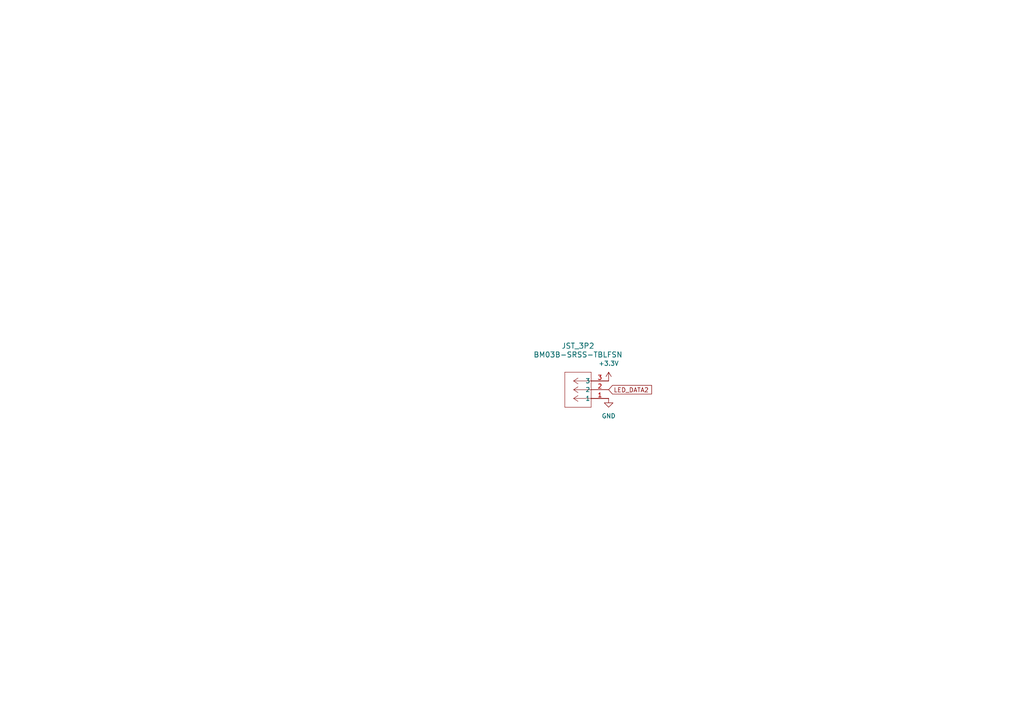
<source format=kicad_sch>
(kicad_sch (version 20231120) (generator "eeschema") (generator_version "8.0")
  (paper "A4")
  (title_block (title "LEDs") (date "2024-10-21") (rev "2") (company "FlexGlO"))
  (lib_symbols
    (symbol "2024-10-20_02-14-52:BM03B-SRSS-TBLFSN" (pin_names (offset 0.254))
      (property "Reference" "J" (at 8.89 6.35 0))
      (property "Value" "BM03B-SRSS-TBLFSN" (at 0 0 0))
      (symbol "BM03B-SRSS-TBLFSN_1_1"
        (polyline (pts (xy 5.08 -7.62) (xy 12.7 -7.62)) (stroke (width 0.127)))
        (polyline (pts (xy 5.08 2.54) (xy 5.08 -7.62)) (stroke (width 0.127)))
        (polyline (pts (xy 10.16 -5.08) (xy 5.08 -5.08)) (stroke (width 0.127)))
        (polyline (pts (xy 10.16 -5.08) (xy 8.89 -5.9267)) (stroke (width 0.127)))
        (polyline (pts (xy 10.16 -5.08) (xy 8.89 -4.2333)) (stroke (width 0.127)))
        (polyline (pts (xy 10.16 -2.54) (xy 5.08 -2.54)) (stroke (width 0.127)))
        (polyline (pts (xy 10.16 -2.54) (xy 8.89 -3.3867)) (stroke (width 0.127)))
        (polyline (pts (xy 10.16 -2.54) (xy 8.89 -1.6933)) (stroke (width 0.127)))
        (polyline (pts (xy 10.16 0) (xy 5.08 0)) (stroke (width 0.127)))
        (polyline (pts (xy 10.16 0) (xy 8.89 -0.8467)) (stroke (width 0.127)))
        (polyline (pts (xy 10.16 0) (xy 8.89 0.8467)) (stroke (width 0.127)))
        (polyline (pts (xy 12.7 -7.62) (xy 12.7 2.54)) (stroke (width 0.127)))
        (polyline (pts (xy 12.7 2.54) (xy 5.08 2.54)) (stroke (width 0.127)))
        (pin unspecified line (at 0 0 0) (length 5.08) (name "1") (number "1"))
        (pin unspecified line (at 0 -2.54 0) (length 5.08) (name "2") (number "2"))
        (pin unspecified line (at 0 -5.08 0) (length 5.08) (name "3") (number "3"))
      )
      (symbol "BM03B-SRSS-TBLFSN_1_2"
        (polyline (pts (xy 5.08 -7.62) (xy 12.7 -7.62)) (stroke (width 0.127)))
        (polyline (pts (xy 5.08 2.54) (xy 5.08 -7.62)) (stroke (width 0.127)))
        (polyline (pts (xy 7.62 -5.08) (xy 5.08 -5.08)) (stroke (width 0.127)))
        (polyline (pts (xy 7.62 -5.08) (xy 8.89 -5.9267)) (stroke (width 0.127)))
        (polyline (pts (xy 7.62 -5.08) (xy 8.89 -4.2333)) (stroke (width 0.127)))
        (polyline (pts (xy 7.62 -2.54) (xy 5.08 -2.54)) (stroke (width 0.127)))
        (polyline (pts (xy 7.62 -2.54) (xy 8.89 -3.3867)) (stroke (width 0.127)))
        (polyline (pts (xy 7.62 -2.54) (xy 8.89 -1.6933)) (stroke (width 0.127)))
        (polyline (pts (xy 7.62 0) (xy 5.08 0)) (stroke (width 0.127)))
        (polyline (pts (xy 7.62 0) (xy 8.89 -0.8467)) (stroke (width 0.127)))
        (polyline (pts (xy 7.62 0) (xy 8.89 0.8467)) (stroke (width 0.127)))
        (polyline (pts (xy 12.7 -7.62) (xy 12.7 2.54)) (stroke (width 0.127)))
        (polyline (pts (xy 12.7 2.54) (xy 5.08 2.54)) (stroke (width 0.127)))
        (pin unspecified line (at 0 0 0) (length 5.08) (name "1") (number "1"))
        (pin unspecified line (at 0 -2.54 0) (length 5.08) (name "2") (number "2"))
        (pin unspecified line (at 0 -5.08 0) (length 5.08) (name "3") (number "3"))
      )
    )
    (symbol "power:+3.3V" (power) (pin_names (offset 0))
      (property "Value" "+3.3V" (at 0 3.556 0))
      (symbol "+3.3V_0_1"
        (polyline (pts (xy -0.762 1.27) (xy 0 2.54)))
        (polyline (pts (xy 0 0) (xy 0 2.54)))
        (polyline (pts (xy 0 2.54) (xy 0.762 1.27)))
      )
      (symbol "+3.3V_1_1"
        (pin power_in line (at 0 0 90) (length 0) hide (name "+3.3V") (number "1"))
      )
    )
    (symbol "power:GND" (power) (pin_names (offset 0))
      (property "Value" "GND" (at 0 -3.81 0))
      (symbol "GND_0_1"
        (polyline (pts (xy 0 0) (xy 0 -1.27) (xy 1.27 -1.27) (xy 0 -2.54) (xy -1.27 -1.27) (xy 0 -1.27)))
      )
      (symbol "GND_1_1"
        (pin power_in line (at 0 0 270) (length 0) hide (name "GND") (number "1"))
      )
    )
  )
  (global_label "LED_DATA2" (shape input) (at 176.53 113.03 0) (property "Intersheetrefs" "${INTERSHEET_REFS}" (effects (hide yes))))
  (symbol (lib_id "2024-10-20_02-14-52:BM03B-SRSS-TBLFSN") (at 176.53 115.57 180) (unit 1)
    (property "Reference" "JST_3P2" (at 167.64 100.33 0) (effects (font (size 1.524 1.524))))
    (property "Value" "BM03B-SRSS-TBLFSN" (at 167.64 102.87 0) (effects (font (size 1.524 1.524))))
    (property "Footprint" "Footprints:CONN_BM03B-SRSS-TBLFSN_JST" (effects (hide yes)))
    (property "Datasheet" "BM03B-SRSS-TBLFSN" (effects (hide yes)))
  )
  (symbol (lib_id "power:+3.3V") (at 176.53 110.49 0) (unit 1)
    (property "Reference" "#PWR036" (effects (hide yes)))
    (property "Value" "+3.3V" (at 176.53 105.41 0))
  )
  (symbol (lib_id "power:GND") (at 176.53 115.57 0) (unit 1)
    (property "Reference" "#PWR037" (effects (hide yes)))
    (property "Value" "GND" (at 176.53 120.65 0))
  )
)
</source>
